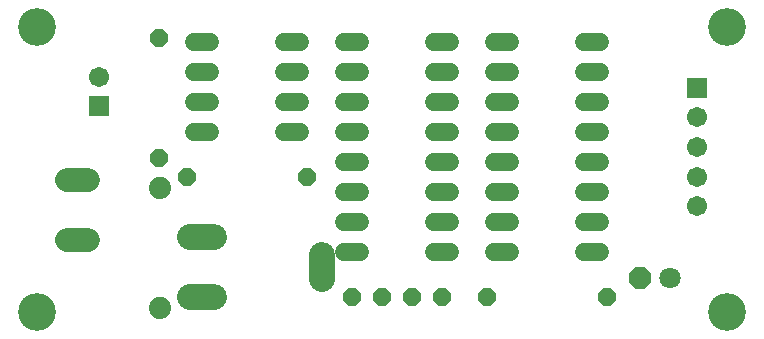
<source format=gbr>
G04 EAGLE Gerber RS-274X export*
G75*
%MOMM*%
%FSLAX34Y34*%
%LPD*%
%INSoldermask Top*%
%IPPOS*%
%AMOC8*
5,1,8,0,0,1.08239X$1,22.5*%
G01*
%ADD10C,3.203200*%
%ADD11P,1.649562X8X202.500000*%
%ADD12P,1.649562X8X22.500000*%
%ADD13C,1.524000*%
%ADD14P,1.649562X8X292.500000*%
%ADD15C,2.184400*%
%ADD16P,1.951982X8X202.500000*%
%ADD17C,1.803400*%
%ADD18C,1.879600*%
%ADD19R,1.711200X1.711200*%
%ADD20C,1.711200*%
%ADD21C,1.993900*%


D10*
X25400Y266700D03*
X25400Y25400D03*
X609600Y25400D03*
X609600Y266700D03*
D11*
X368300Y38100D03*
X342900Y38100D03*
D12*
X292100Y38100D03*
X317500Y38100D03*
D13*
X171704Y254000D02*
X158496Y254000D01*
X158496Y228600D02*
X171704Y228600D01*
X234696Y228600D02*
X247904Y228600D01*
X247904Y254000D02*
X234696Y254000D01*
X171704Y203200D02*
X158496Y203200D01*
X158496Y177800D02*
X171704Y177800D01*
X234696Y203200D02*
X247904Y203200D01*
X247904Y177800D02*
X234696Y177800D01*
X285496Y254000D02*
X298704Y254000D01*
X298704Y228600D02*
X285496Y228600D01*
X285496Y101600D02*
X298704Y101600D01*
X298704Y76200D02*
X285496Y76200D01*
X285496Y203200D02*
X298704Y203200D01*
X298704Y177800D02*
X285496Y177800D01*
X285496Y127000D02*
X298704Y127000D01*
X298704Y152400D02*
X285496Y152400D01*
X361696Y76200D02*
X374904Y76200D01*
X374904Y101600D02*
X361696Y101600D01*
X361696Y127000D02*
X374904Y127000D01*
X374904Y152400D02*
X361696Y152400D01*
X361696Y177800D02*
X374904Y177800D01*
X374904Y203200D02*
X361696Y203200D01*
X361696Y228600D02*
X374904Y228600D01*
X374904Y254000D02*
X361696Y254000D01*
X412496Y254000D02*
X425704Y254000D01*
X425704Y228600D02*
X412496Y228600D01*
X412496Y101600D02*
X425704Y101600D01*
X425704Y76200D02*
X412496Y76200D01*
X412496Y203200D02*
X425704Y203200D01*
X425704Y177800D02*
X412496Y177800D01*
X412496Y127000D02*
X425704Y127000D01*
X425704Y152400D02*
X412496Y152400D01*
X488696Y76200D02*
X501904Y76200D01*
X501904Y101600D02*
X488696Y101600D01*
X488696Y127000D02*
X501904Y127000D01*
X501904Y152400D02*
X488696Y152400D01*
X488696Y177800D02*
X501904Y177800D01*
X501904Y203200D02*
X488696Y203200D01*
X488696Y228600D02*
X501904Y228600D01*
X501904Y254000D02*
X488696Y254000D01*
D14*
X128270Y257810D03*
X128270Y156210D03*
D12*
X152400Y139700D03*
X254000Y139700D03*
D11*
X508000Y38100D03*
X406400Y38100D03*
D15*
X266700Y53594D02*
X266700Y73406D01*
X175006Y88900D02*
X155194Y88900D01*
X155194Y38100D02*
X175006Y38100D01*
D16*
X535940Y54610D03*
D17*
X561340Y54610D03*
D18*
X129540Y130810D03*
X129540Y29210D03*
D19*
X584200Y215100D03*
D20*
X584200Y190100D03*
X584200Y165100D03*
X584200Y140100D03*
X584200Y115100D03*
D19*
X77470Y199790D03*
D20*
X77470Y224790D03*
D21*
X68644Y136760D02*
X50737Y136760D01*
X50737Y86760D02*
X68644Y86760D01*
M02*

</source>
